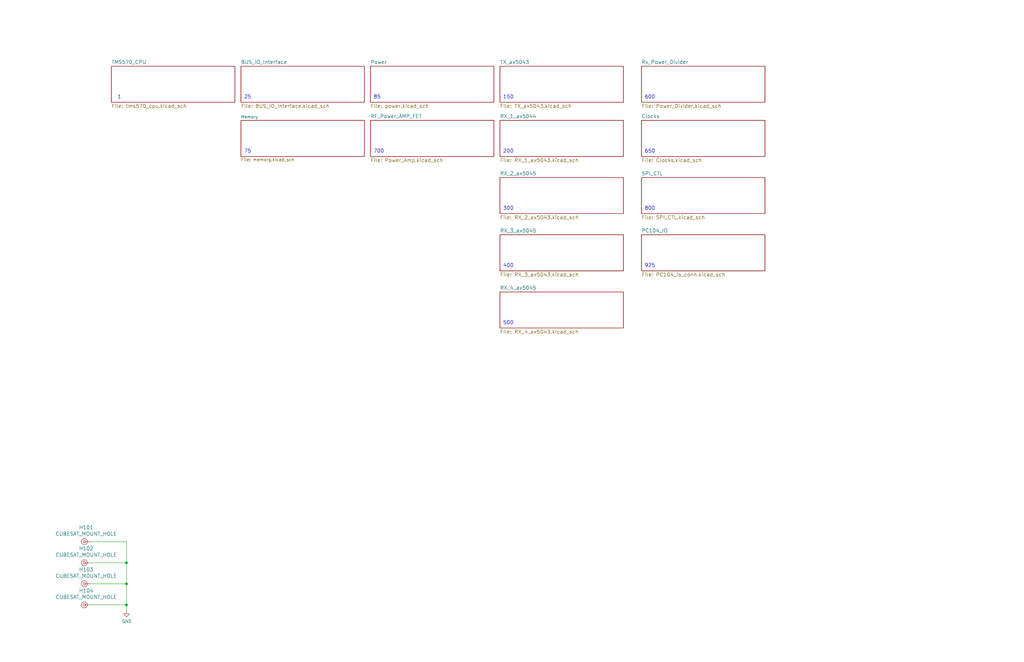
<source format=kicad_sch>
(kicad_sch (version 20250114) (generator "eeschema") (generator_version "9.0")
  (paper "USLedger")
  (title_block (title "Radiation Tolerant Internal Housekeeping Unit (IHU)") (date "2022-12-27") (rev "1.2") (company "AMSAT-NA") (comment 1 "N5BRG"))
  (lib_symbols
    (symbol "PACSAT_DEV_misc:CUBESAT_MOUNT_HOLE_1" (pin_numbers (hide yes)) (pin_names (offset 0) (hide yes))
      (property "Reference" "H104" (at 0.7874 6.0198 0))
      (property "Value" "CUBESAT_MOUNT_HOLE" (at 0.7874 3.3274 0))
      (symbol "CUBESAT_MOUNT_HOLE_1_0_1"
        (circle (center 0 0) (radius 0.5588))
        (circle (center 0 0) (radius 1.27))
      )
      (symbol "CUBESAT_MOUNT_HOLE_1_1_1"
        (pin passive line (at 2.54 0 180) (length 2.54) (name "1") (number "1"))
      )
    )
    (symbol "power:GND" (power) (pin_numbers (hide yes)) (pin_names (offset 0) (hide yes))
      (property "Value" "GND" (at 0 -3.81 0))
      (symbol "GND_0_1"
        (polyline (pts (xy 0 0) (xy 0 -1.27) (xy 1.27 -1.27) (xy 0 -2.54) (xy -1.27 -1.27) (xy 0 -1.27)))
      )
      (symbol "GND_1_1"
        (pin power_in line (at 0 0 270) (length 0) (name "~") (number "1"))
      )
    )
  )
  (text "600" (at 271.78 41.91 0) (effects (font (size 1.524 1.524)) (justify left bottom)))
  (text "200" (at 212.09 64.77 0) (effects (font (size 1.524 1.524)) (justify left bottom)))
  (text "400" (at 212.09 113.03 0) (effects (font (size 1.524 1.524)) (justify left bottom)))
  (text "650" (at 271.78 64.77 0) (effects (font (size 1.524 1.524)) (justify left bottom)))
  (text "150" (at 212.09 41.91 0) (effects (font (size 1.524 1.524)) (justify left bottom)))
  (text "75" (at 102.87 64.77 0) (effects (font (size 1.524 1.524)) (justify left bottom)))
  (text "500" (at 212.09 137.16 0) (effects (font (size 1.524 1.524)) (justify left bottom)))
  (text "800" (at 271.78 88.9 0) (effects (font (size 1.524 1.524)) (justify left bottom)))
  (text "300" (at 212.09 88.9 0) (effects (font (size 1.524 1.524)) (justify left bottom)))
  (text "700" (at 157.48 64.77 0) (effects (font (size 1.524 1.524)) (justify left bottom)))
  (text "1" (at 49.53 41.91 0) (effects (font (size 1.524 1.524)) (justify left bottom)))
  (text "25" (at 102.87 41.91 0) (effects (font (size 1.524 1.524)) (justify left bottom)))
  (text "925" (at 271.78 113.03 0) (effects (font (size 1.524 1.524)) (justify left bottom)))
  (text "85" (at 157.48 41.91 0) (effects (font (size 1.524 1.524)) (justify left bottom)))
  (junction (at 53.34 246.38))
  (junction (at 53.34 255.27))
  (junction (at 53.34 237.49))
  (wire (pts (xy 38.1 246.38) (xy 53.34 246.38)))
  (wire (pts (xy 38.1 255.27) (xy 53.34 255.27)))
  (wire (pts (xy 53.34 246.38) (xy 53.34 255.27)))
  (wire (pts (xy 53.34 255.27) (xy 53.34 257.81)))
  (wire (pts (xy 53.34 228.6) (xy 53.34 237.49)))
  (wire (pts (xy 38.1 237.49) (xy 53.34 237.49)))
  (wire (pts (xy 38.1 228.6) (xy 53.34 228.6)))
  (wire (pts (xy 53.34 237.49) (xy 53.34 246.38)))
  (symbol (lib_id "PACSAT_DEV_misc:CUBESAT_MOUNT_HOLE_1") (at 35.56 228.6 0) (unit 1)
    (property "Reference" "H101" (at 36.3474 222.5802 0) (effects (font (size 1.524 1.524))))
    (property "Value" "CUBESAT_MOUNT_HOLE" (at 36.3474 225.2726 0) (effects (font (size 1.524 1.524))))
    (property "Footprint" "PacSatDev_misc:CUBESAT_MOUNT_HOLE" (effects (hide yes)))
  )
  (symbol (lib_id "PACSAT_DEV_misc:CUBESAT_MOUNT_HOLE_1") (at 35.56 237.49 0) (unit 1)
    (property "Reference" "H102" (at 36.3474 231.4702 0) (effects (font (size 1.524 1.524))))
    (property "Value" "CUBESAT_MOUNT_HOLE" (at 36.3474 234.1626 0) (effects (font (size 1.524 1.524))))
    (property "Footprint" "PacSatDev_misc:CUBESAT_MOUNT_HOLE" (effects (hide yes)))
  )
  (symbol (lib_id "PACSAT_DEV_misc:CUBESAT_MOUNT_HOLE_1") (at 35.56 246.38 0) (unit 1)
    (property "Reference" "H103" (at 36.3474 240.3602 0) (effects (font (size 1.524 1.524))))
    (property "Value" "CUBESAT_MOUNT_HOLE" (at 36.3474 243.0526 0) (effects (font (size 1.524 1.524))))
    (property "Footprint" "PacSatDev_misc:CUBESAT_MOUNT_HOLE" (effects (hide yes)))
  )
  (symbol (lib_id "PACSAT_DEV_misc:CUBESAT_MOUNT_HOLE_1") (at 35.56 255.27 0) (unit 1)
    (property "Reference" "H104" (at 36.3474 249.2502 0) (effects (font (size 1.524 1.524))))
    (property "Value" "CUBESAT_MOUNT_HOLE" (at 36.3474 251.9426 0) (effects (font (size 1.524 1.524))))
    (property "Footprint" "PacSatDev_misc:CUBESAT_MOUNT_HOLE" (effects (hide yes)))
  )
  (symbol (lib_id "power:GND") (at 53.34 257.81 0) (unit 1)
    (property "Reference" "#PWR0101" (effects (hide yes)))
    (property "Value" "GND" (at 53.467 262.2042 0))
  )
  (sheet (at 210.82 27.94) (size 52.07 15.24)
    (property "Sheetname" "TX_ax5043" (at 210.82 27.1014 0) (effects (font (size 1.524 1.524)) (justify left bottom)))
    (property "Sheetfile" "TX_ax5043.kicad_sch" (at 210.82 43.8662 0) (effects (font (size 1.524 1.524)) (justify left top)))
  )
  (sheet (at 156.21 27.94) (size 52.07 15.24)
    (property "Sheetname" "Power" (at 156.21 27.1014 0) (effects (font (size 1.524 1.524)) (justify left bottom)))
    (property "Sheetfile" "power.kicad_sch" (at 156.21 43.8662 0) (effects (font (size 1.524 1.524)) (justify left top)))
  )
  (sheet (at 210.82 50.8) (size 52.07 15.24)
    (property "Sheetname" "RX_1_ax5044" (at 210.82 49.9614 0) (effects (font (size 1.524 1.524)) (justify left bottom)))
    (property "Sheetfile" "RX_1_ax5043.kicad_sch" (at 210.82 66.7262 0) (effects (font (size 1.524 1.524)) (justify left top)))
  )
  (sheet (at 270.51 99.06) (size 52.07 15.24)
    (property "Sheetname" "PC104_IO" (at 270.51 98.2214 0) (effects (font (size 1.524 1.524)) (justify left bottom)))
    (property "Sheetfile" "PC104_io_conn.kicad_sch" (at 270.51 114.9862 0) (effects (font (size 1.524 1.524)) (justify left top)))
  )
  (sheet (at 210.82 74.93) (size 52.07 15.24)
    (property "Sheetname" "RX_2_ax5045" (at 210.82 74.0914 0) (effects (font (size 1.524 1.524)) (justify left bottom)))
    (property "Sheetfile" "RX_2_ax5043.kicad_sch" (at 210.82 90.8562 0) (effects (font (size 1.524 1.524)) (justify left top)))
  )
  (sheet (at 101.6 50.8) (size 52.07 15.24) (stroke (width 0.1524))
    (property "Sheetname" "Memory" (at 101.6 50.0884 0) (effects (justify left bottom)))
    (property "Sheetfile" "memorg.kicad_sch" (at 101.6 66.6246 0) (effects (justify left top)))
  )
  (sheet (at 210.82 99.06) (size 52.07 15.24)
    (property "Sheetname" "RX_3_ax5045" (at 210.82 98.2214 0) (effects (font (size 1.524 1.524)) (justify left bottom)))
    (property "Sheetfile" "RX_3_ax5043.kicad_sch" (at 210.82 114.9862 0) (effects (font (size 1.524 1.524)) (justify left top)))
  )
  (sheet (at 270.51 27.94) (size 52.07 15.24)
    (property "Sheetname" "Rx_Power_Divider" (at 270.51 27.1014 0) (effects (font (size 1.524 1.524)) (justify left bottom)))
    (property "Sheetfile" "Power_Divider.kicad_sch" (at 270.51 43.8662 0) (effects (font (size 1.524 1.524)) (justify left top)))
  )
  (sheet (at 270.51 50.8) (size 52.07 15.24)
    (property "Sheetname" "Clocks" (at 270.51 49.9614 0) (effects (font (size 1.524 1.524)) (justify left bottom)))
    (property "Sheetfile" "Clocks.kicad_sch" (at 270.51 66.7262 0) (effects (font (size 1.524 1.524)) (justify left top)))
  )
  (sheet (at 46.99 27.94) (size 52.07 15.24)
    (property "Sheetname" "TMS570_CPU" (at 46.99 27.1014 0) (effects (font (size 1.524 1.524)) (justify left bottom)))
    (property "Sheetfile" "tms570_cpu.kicad_sch" (at 46.99 43.8662 0) (effects (font (size 1.524 1.524)) (justify left top)))
  )
  (sheet (at 101.6 27.94) (size 52.07 15.24)
    (property "Sheetname" "BUS_IO_Interface" (at 101.6 27.1014 0) (effects (font (size 1.524 1.524)) (justify left bottom)))
    (property "Sheetfile" "BUS_IO_Interface.kicad_sch" (at 101.6 43.8662 0) (effects (font (size 1.524 1.524)) (justify left top)))
  )
  (sheet (at 156.21 50.8) (size 52.07 15.24)
    (property "Sheetname" "RF_Power_AMP_FET" (at 156.21 49.9614 0) (effects (font (size 1.524 1.524)) (justify left bottom)))
    (property "Sheetfile" "Power_Amp.kicad_sch" (at 156.21 66.7262 0) (effects (font (size 1.524 1.524)) (justify left top)))
  )
  (sheet (at 270.51 74.93) (size 52.07 15.24)
    (property "Sheetname" "SPI_CTL" (at 270.51 74.0914 0) (effects (font (size 1.524 1.524)) (justify left bottom)))
    (property "Sheetfile" "SPI_CTL.kicad_sch" (at 270.51 90.8562 0) (effects (font (size 1.524 1.524)) (justify left top)))
  )
  (sheet (at 210.82 123.19) (size 52.07 15.24)
    (property "Sheetname" "RX_4_ax5045" (at 210.82 122.3514 0) (effects (font (size 1.524 1.524)) (justify left bottom)))
    (property "Sheetfile" "RX_4_ax5043.kicad_sch" (at 210.82 139.1162 0) (effects (font (size 1.524 1.524)) (justify left top)))
  )
)
</source>
